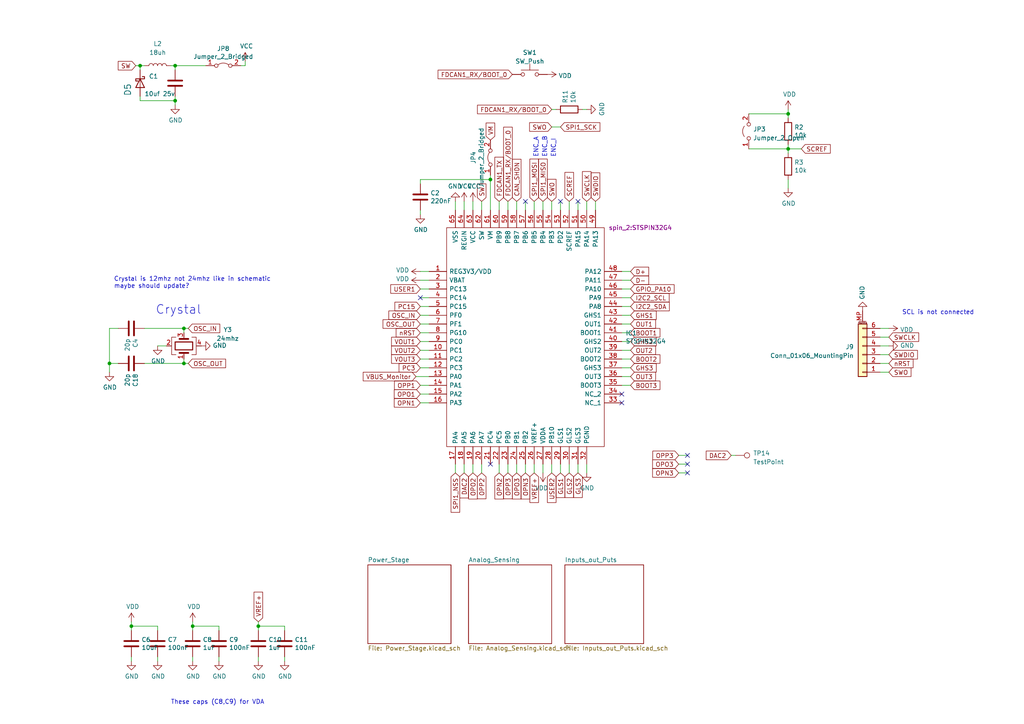
<source format=kicad_sch>
(kicad_sch (version 20230121) (generator eeschema)
  (paper "A4")
  (lib_symbols
    (symbol "Connector:TestPoint" (pin_numbers hide) (pin_names (offset 0.762) hide)
      (property "Reference" "TP" (at 0 6.858 0))
      (property "Value" "TestPoint" (at 0 5.08 0))
      (symbol "TestPoint_0_1"
        (circle (center 0 3.302) (radius 0.762))
      )
      (symbol "TestPoint_1_1"
        (pin passive line (at 0 0 90) (length 2.54) (name "1") (number "1"))
      )
    )
    (symbol "Connector_Generic_MountingPin:Conn_01x06_MountingPin" (pin_names (offset 1.016) hide)
      (property "Reference" "J" (at 0 7.62 0))
      (property "Value" "Conn_01x06_MountingPin" (at 1.27 -10.16 0))
      (symbol "Conn_01x06_MountingPin_1_1"
        (rectangle (start -1.27 -7.493) (end 0 -7.747) (stroke (width 0.1524)))
        (rectangle (start -1.27 -4.953) (end 0 -5.207) (stroke (width 0.1524)))
        (rectangle (start -1.27 -2.413) (end 0 -2.667) (stroke (width 0.1524)))
        (rectangle (start -1.27 0.127) (end 0 -0.127) (stroke (width 0.1524)))
        (rectangle (start -1.27 2.667) (end 0 2.413) (stroke (width 0.1524)))
        (rectangle (start -1.27 5.207) (end 0 4.953) (stroke (width 0.1524)))
        (rectangle (start -1.27 6.35) (end 1.27 -8.89) (stroke (width 0.254)) (fill (type background)))
        (polyline (pts (xy -1.016 -9.652) (xy 1.016 -9.652)) (stroke (width 0.1524)))
        (text "Mounting" (at 0 -9.271 0) (effects (font (size 0.381 0.381))))
        (pin passive line (at -5.08 5.08 0) (length 3.81) (name "Pin_1") (number "1"))
        (pin passive line (at -5.08 2.54 0) (length 3.81) (name "Pin_2") (number "2"))
        (pin passive line (at -5.08 0 0) (length 3.81) (name "Pin_3") (number "3"))
        (pin passive line (at -5.08 -2.54 0) (length 3.81) (name "Pin_4") (number "4"))
        (pin passive line (at -5.08 -5.08 0) (length 3.81) (name "Pin_5") (number "5"))
        (pin passive line (at -5.08 -7.62 0) (length 3.81) (name "Pin_6") (number "6"))
        (pin passive line (at 0 -12.7 90) (length 3.048) (name "MountPin") (number "MP"))
      )
    )
    (symbol "Device:C" (pin_numbers hide) (pin_names (offset 0.254))
      (property "Reference" "C" (at 0.635 2.54 0))
      (property "Value" "C" (at 0.635 -2.54 0))
      (symbol "C_0_1"
        (polyline (pts (xy -2.032 -0.762) (xy 2.032 -0.762)) (stroke (width 0.508)))
        (polyline (pts (xy -2.032 0.762) (xy 2.032 0.762)) (stroke (width 0.508)))
      )
      (symbol "C_1_1"
        (pin passive line (at 0 3.81 270) (length 2.794) (name "~") (number "1"))
        (pin passive line (at 0 -3.81 90) (length 2.794) (name "~") (number "2"))
      )
    )
    (symbol "Device:Crystal_GND24" (pin_names (offset 1.016) hide)
      (property "Reference" "Y" (at 3.175 5.08 0))
      (property "Value" "Crystal_GND24" (at 3.175 3.175 0))
      (symbol "Crystal_GND24_0_1"
        (rectangle (start -1.143 2.54) (end 1.143 -2.54) (stroke (width 0.3048)))
        (polyline (pts (xy -2.54 0) (xy -2.032 0)))
        (polyline (pts (xy -2.032 -1.27) (xy -2.032 1.27)) (stroke (width 0.508)))
        (polyline (pts (xy 0 -3.81) (xy 0 -3.556)))
        (polyline (pts (xy 0 3.556) (xy 0 3.81)))
        (polyline (pts (xy 2.032 -1.27) (xy 2.032 1.27)) (stroke (width 0.508)))
        (polyline (pts (xy 2.032 0) (xy 2.54 0)))
        (polyline (pts (xy -2.54 -2.286) (xy -2.54 -3.556) (xy 2.54 -3.556) (xy 2.54 -2.286)))
        (polyline (pts (xy -2.54 2.286) (xy -2.54 3.556) (xy 2.54 3.556) (xy 2.54 2.286)))
      )
      (symbol "Crystal_GND24_1_1"
        (pin passive line (at -3.81 0 0) (length 1.27) (name "1") (number "1"))
        (pin passive line (at 0 5.08 270) (length 1.27) (name "2") (number "2"))
        (pin passive line (at 3.81 0 180) (length 1.27) (name "3") (number "3"))
        (pin passive line (at 0 -5.08 90) (length 1.27) (name "4") (number "4"))
      )
    )
    (symbol "Device:L" (pin_numbers hide) (pin_names (offset 1.016) hide)
      (property "Reference" "L" (at -1.27 0 90))
      (property "Value" "L" (at 1.905 0 90))
      (symbol "L_0_1"
        (arc (start 0 -2.54) (mid 0.6323 -1.905) (end 0 -1.27))
        (arc (start 0 -1.27) (mid 0.6323 -0.635) (end 0 0))
        (arc (start 0 0) (mid 0.6323 0.635) (end 0 1.27))
        (arc (start 0 1.27) (mid 0.6323 1.905) (end 0 2.54))
      )
      (symbol "L_1_1"
        (pin passive line (at 0 3.81 270) (length 1.27) (name "1") (number "1"))
        (pin passive line (at 0 -3.81 90) (length 1.27) (name "2") (number "2"))
      )
    )
    (symbol "Device:R" (pin_numbers hide) (pin_names (offset 0))
      (property "Reference" "R" (at 2.032 0 90))
      (property "Value" "R" (at 0 0 90))
      (symbol "R_0_1"
        (rectangle (start -1.016 -2.54) (end 1.016 2.54) (stroke (width 0.254)))
      )
      (symbol "R_1_1"
        (pin passive line (at 0 3.81 270) (length 1.27) (name "~") (number "1"))
        (pin passive line (at 0 -3.81 90) (length 1.27) (name "~") (number "2"))
      )
    )
    (symbol "Diode:MBR340" (pin_numbers hide) (pin_names (offset 1.016) hide)
      (property "Reference" "D" (at 0 2.54 0))
      (property "Value" "MBR340" (at 0 -2.54 0))
      (symbol "MBR340_0_1"
        (polyline (pts (xy 1.27 0) (xy -1.27 0)))
        (polyline (pts (xy 1.27 1.27) (xy 1.27 -1.27) (xy -1.27 0) (xy 1.27 1.27)) (stroke (width 0.254)))
        (polyline (pts (xy -1.905 0.635) (xy -1.905 1.27) (xy -1.27 1.27) (xy -1.27 -1.27) (xy -0.635 -1.27) (xy -0.635 -0.635)) (stroke (width 0.254)))
      )
      (symbol "MBR340_1_1"
        (pin passive line (at -3.81 0 0) (length 2.54) (name "K") (number "1"))
        (pin passive line (at 3.81 0 180) (length 2.54) (name "A") (number "2"))
      )
    )
    (symbol "Jumper:Jumper_2_Bridged" (pin_names (offset 0) hide)
      (property "Reference" "JP" (at 0 1.905 0))
      (property "Value" "Jumper_2_Bridged" (at 0 -2.54 0))
      (symbol "Jumper_2_Bridged_0_0"
        (circle (center -2.032 0) (radius 0.508))
        (circle (center 2.032 0) (radius 0.508))
      )
      (symbol "Jumper_2_Bridged_0_1"
        (arc (start 1.524 0.254) (mid 0 0.762) (end -1.524 0.254))
      )
      (symbol "Jumper_2_Bridged_1_1"
        (pin passive line (at -5.08 0 0) (length 2.54) (name "A") (number "1"))
        (pin passive line (at 5.08 0 180) (length 2.54) (name "B") (number "2"))
      )
    )
    (symbol "Jumper:Jumper_2_Open" (pin_names (offset 0) hide)
      (property "Reference" "JP" (at 0 2.794 0))
      (property "Value" "Jumper_2_Open" (at 0 -2.286 0))
      (symbol "Jumper_2_Open_0_0"
        (circle (center -2.032 0) (radius 0.508))
        (circle (center 2.032 0) (radius 0.508))
      )
      (symbol "Jumper_2_Open_0_1"
        (arc (start 1.524 1.27) (mid 0 1.778) (end -1.524 1.27))
      )
      (symbol "Jumper_2_Open_1_1"
        (pin passive line (at -5.08 0 0) (length 2.54) (name "A") (number "1"))
        (pin passive line (at 5.08 0 180) (length 2.54) (name "B") (number "2"))
      )
    )
    (symbol "STSPIN32G4:STSPIN32G4" (pin_names (offset 0.762))
      (property "Reference" "IC" (at 52.07 17.78 0))
      (property "Value" "STSPIN32G4" (at 52.07 15.24 0))
      (symbol "STSPIN32G4_0_0"
        (pin passive line (at 0 0 0) (length 5.08) (name "REG3V3/VDD") (number "1"))
        (pin passive line (at 0 -22.86 0) (length 5.08) (name "PC1") (number "10"))
        (pin passive line (at 0 -25.4 0) (length 5.08) (name "PC2") (number "11"))
        (pin passive line (at 0 -27.94 0) (length 5.08) (name "PC3") (number "12"))
        (pin passive line (at 0 -30.48 0) (length 5.08) (name "PA0") (number "13"))
        (pin passive line (at 0 -33.02 0) (length 5.08) (name "PA1") (number "14"))
        (pin passive line (at 0 -35.56 0) (length 5.08) (name "PA2") (number "15"))
        (pin passive line (at 0 -38.1 0) (length 5.08) (name "PA3") (number "16"))
        (pin passive line (at 7.62 -55.88 90) (length 5.08) (name "PA4") (number "17"))
        (pin passive line (at 10.16 -55.88 90) (length 5.08) (name "PA5") (number "18"))
        (pin passive line (at 12.7 -55.88 90) (length 5.08) (name "PA6") (number "19"))
        (pin passive line (at 0 -2.54 0) (length 5.08) (name "VBAT") (number "2"))
        (pin passive line (at 15.24 -55.88 90) (length 5.08) (name "PA7") (number "20"))
        (pin passive line (at 17.78 -55.88 90) (length 5.08) (name "PC4") (number "21"))
        (pin passive line (at 20.32 -55.88 90) (length 5.08) (name "PC5") (number "22"))
        (pin passive line (at 22.86 -55.88 90) (length 5.08) (name "PB0") (number "23"))
        (pin passive line (at 25.4 -55.88 90) (length 5.08) (name "PB1") (number "24"))
        (pin passive line (at 27.94 -55.88 90) (length 5.08) (name "PB2") (number "25"))
        (pin passive line (at 30.48 -55.88 90) (length 5.08) (name "VREF+") (number "26"))
        (pin passive line (at 33.02 -55.88 90) (length 5.08) (name "VDDA") (number "27"))
        (pin passive line (at 35.56 -55.88 90) (length 5.08) (name "PB10") (number "28"))
        (pin passive line (at 38.1 -55.88 90) (length 5.08) (name "GLS1") (number "29"))
        (pin passive line (at 0 -5.08 0) (length 5.08) (name "PC13") (number "3"))
        (pin passive line (at 40.64 -55.88 90) (length 5.08) (name "GLS2") (number "30"))
        (pin passive line (at 43.18 -55.88 90) (length 5.08) (name "GLS3") (number "31"))
        (pin passive line (at 45.72 -55.88 90) (length 5.08) (name "PGND") (number "32"))
        (pin passive line (at 55.88 -38.1 180) (length 5.08) (name "NC_1") (number "33"))
        (pin passive line (at 55.88 -35.56 180) (length 5.08) (name "NC_2") (number "34"))
        (pin passive line (at 55.88 -33.02 180) (length 5.08) (name "BOOT3") (number "35"))
        (pin passive line (at 55.88 -30.48 180) (length 5.08) (name "OUT3") (number "36"))
        (pin passive line (at 55.88 -27.94 180) (length 5.08) (name "GHS3") (number "37"))
        (pin passive line (at 55.88 -25.4 180) (length 5.08) (name "BOOT2") (number "38"))
        (pin passive line (at 55.88 -22.86 180) (length 5.08) (name "OUT2") (number "39"))
        (pin passive line (at 0 -7.62 0) (length 5.08) (name "PC14") (number "4"))
        (pin passive line (at 55.88 -20.32 180) (length 5.08) (name "GHS2") (number "40"))
        (pin passive line (at 55.88 -17.78 180) (length 5.08) (name "BOOT1") (number "41"))
        (pin passive line (at 55.88 -15.24 180) (length 5.08) (name "OUT1") (number "42"))
        (pin passive line (at 55.88 -12.7 180) (length 5.08) (name "GHS1") (number "43"))
        (pin passive line (at 55.88 -10.16 180) (length 5.08) (name "PA8") (number "44"))
        (pin passive line (at 55.88 -7.62 180) (length 5.08) (name "PA9") (number "45"))
        (pin passive line (at 55.88 -5.08 180) (length 5.08) (name "PA10") (number "46"))
        (pin passive line (at 55.88 -2.54 180) (length 5.08) (name "PA11") (number "47"))
        (pin passive line (at 55.88 0 180) (length 5.08) (name "PA12") (number "48"))
        (pin passive line (at 48.26 17.78 270) (length 5.08) (name "PA13") (number "49"))
        (pin passive line (at 0 -10.16 0) (length 5.08) (name "PC15") (number "5"))
        (pin passive line (at 45.72 17.78 270) (length 5.08) (name "PA14") (number "50"))
        (pin passive line (at 43.18 17.78 270) (length 5.08) (name "PA15") (number "51"))
        (pin passive line (at 40.64 17.78 270) (length 5.08) (name "SCREF") (number "52"))
        (pin passive line (at 38.1 17.78 270) (length 5.08) (name "PD2") (number "53"))
        (pin passive line (at 35.56 17.78 270) (length 5.08) (name "PB3") (number "54"))
        (pin passive line (at 33.02 17.78 270) (length 5.08) (name "PB4") (number "55"))
        (pin passive line (at 30.48 17.78 270) (length 5.08) (name "PB5") (number "56"))
        (pin passive line (at 27.94 17.78 270) (length 5.08) (name "PB6") (number "57"))
        (pin passive line (at 25.4 17.78 270) (length 5.08) (name "PB7") (number "58"))
        (pin passive line (at 22.86 17.78 270) (length 5.08) (name "PB8") (number "59"))
        (pin passive line (at 0 -12.7 0) (length 5.08) (name "PF0") (number "6"))
        (pin passive line (at 20.32 17.78 270) (length 5.08) (name "PB9") (number "60"))
        (pin passive line (at 17.78 17.78 270) (length 5.08) (name "VM") (number "61"))
        (pin passive line (at 15.24 17.78 270) (length 5.08) (name "SW") (number "62"))
        (pin passive line (at 12.7 17.78 270) (length 5.08) (name "VCC") (number "63"))
        (pin passive line (at 10.16 17.78 270) (length 5.08) (name "REGIN") (number "64"))
        (pin passive line (at 7.62 17.78 270) (length 5.08) (name "VSS") (number "65"))
        (pin passive line (at 0 -15.24 0) (length 5.08) (name "PF1") (number "7"))
        (pin passive line (at 0 -17.78 0) (length 5.08) (name "PG10") (number "8"))
        (pin passive line (at 0 -20.32 0) (length 5.08) (name "PC0") (number "9"))
      )
      (symbol "STSPIN32G4_0_1"
        (polyline (pts (xy 5.08 12.7) (xy 50.8 12.7) (xy 50.8 -50.8) (xy 5.08 -50.8) (xy 5.08 12.7)) (stroke (width 0.1524)))
      )
    )
    (symbol "Switch:SW_Push" (pin_numbers hide) (pin_names (offset 1.016) hide)
      (property "Reference" "SW" (at 1.27 2.54 0))
      (property "Value" "SW_Push" (at 0 -1.524 0))
      (symbol "SW_Push_0_1"
        (circle (center -2.032 0) (radius 0.508))
        (polyline (pts (xy 0 1.27) (xy 0 3.048)))
        (polyline (pts (xy 2.54 1.27) (xy -2.54 1.27)))
        (circle (center 2.032 0) (radius 0.508))
        (pin passive line (at -5.08 0 0) (length 2.54) (name "1") (number "1"))
        (pin passive line (at 5.08 0 180) (length 2.54) (name "2") (number "2"))
      )
    )
    (symbol "power:GND" (power) (pin_names (offset 0))
      (property "Value" "GND" (at 0 -3.81 0))
      (symbol "GND_0_1"
        (polyline (pts (xy 0 0) (xy 0 -1.27) (xy 1.27 -1.27) (xy 0 -2.54) (xy -1.27 -1.27) (xy 0 -1.27)))
      )
      (symbol "GND_1_1"
        (pin power_in line (at 0 0 270) (length 0) hide (name "GND") (number "1"))
      )
    )
    (symbol "power:VCC" (power) (pin_names (offset 0))
      (property "Value" "VCC" (at 0 3.81 0))
      (symbol "VCC_0_1"
        (polyline (pts (xy -0.762 1.27) (xy 0 2.54)))
        (polyline (pts (xy 0 0) (xy 0 2.54)))
        (polyline (pts (xy 0 2.54) (xy 0.762 1.27)))
      )
      (symbol "VCC_1_1"
        (pin power_in line (at 0 0 90) (length 0) hide (name "VCC") (number "1"))
      )
    )
    (symbol "power:VDD" (power) (pin_names (offset 0))
      (property "Value" "VDD" (at 0 3.81 0))
      (symbol "VDD_0_1"
        (polyline (pts (xy -0.762 1.27) (xy 0 2.54)))
        (polyline (pts (xy 0 0) (xy 0 2.54)))
        (polyline (pts (xy 0 2.54) (xy 0.762 1.27)))
      )
      (symbol "VDD_1_1"
        (pin power_in line (at 0 0 90) (length 0) hide (name "VDD") (number "1"))
      )
    )
  )
  (junction (at 31.75 105.41))
  (junction (at 40.64 19.05))
  (junction (at 55.88 181.61))
  (junction (at 50.8 29.21))
  (junction (at 53.34 105.41))
  (junction (at 228.6 43.18))
  (junction (at 142.24 52.07))
  (junction (at 50.8 19.05))
  (junction (at 38.1 181.61))
  (junction (at 74.93 181.61))
  (junction (at 53.34 95.25))
  (junction (at 228.6 33.02))
  (no_connect (at 199.39 137.16))
  (no_connect (at 199.39 132.08))
  (no_connect (at 199.39 134.62))
  (no_connect (at 152.4 58.42))
  (no_connect (at 167.64 58.42))
  (no_connect (at 121.92 86.36))
  (no_connect (at 162.56 58.42))
  (no_connect (at 180.34 114.3))
  (no_connect (at 180.34 116.84))
  (no_connect (at 142.24 134.62))
  (wire (pts (xy 124.46 91.44) (xy 121.92 91.44)))
  (wire (pts (xy 168.91 31.75) (xy 170.18 31.75)))
  (wire (pts (xy 41.91 105.41) (xy 53.34 105.41)))
  (wire (pts (xy 132.08 60.96) (xy 132.08 58.42)))
  (wire (pts (xy 63.5 191.77) (xy 63.5 190.5)))
  (wire (pts (xy 142.24 52.07) (xy 121.92 52.07)))
  (wire (pts (xy 180.34 91.44) (xy 182.88 91.44)))
  (wire (pts (xy 139.7 137.16) (xy 139.7 134.62)))
  (wire (pts (xy 124.46 111.76) (xy 121.92 111.76)))
  (wire (pts (xy 182.88 86.36) (xy 180.34 86.36)))
  (wire (pts (xy 255.27 105.41) (xy 257.81 105.41)))
  (wire (pts (xy 63.5 182.88) (xy 63.5 181.61)))
  (wire (pts (xy 53.34 104.14) (xy 53.34 105.41)))
  (wire (pts (xy 31.75 95.25) (xy 31.75 105.41)))
  (wire (pts (xy 124.46 99.06) (xy 121.92 99.06)))
  (wire (pts (xy 41.91 95.25) (xy 53.34 95.25)))
  (wire (pts (xy 180.34 111.76) (xy 182.88 111.76)))
  (wire (pts (xy 54.61 105.41) (xy 53.34 105.41)))
  (wire (pts (xy 124.46 96.52) (xy 121.92 96.52)))
  (wire (pts (xy 255.27 95.25) (xy 257.81 95.25)))
  (wire (pts (xy 255.27 97.79) (xy 257.81 97.79)))
  (wire (pts (xy 165.1 58.42) (xy 165.1 60.96)))
  (wire (pts (xy 124.46 109.22) (xy 120.65 109.22)))
  (wire (pts (xy 69.85 19.05) (xy 71.12 19.05)))
  (wire (pts (xy 54.61 95.25) (xy 53.34 95.25)))
  (wire (pts (xy 147.32 137.16) (xy 147.32 134.62)))
  (wire (pts (xy 228.6 52.07) (xy 228.6 54.61)))
  (wire (pts (xy 167.64 134.62) (xy 167.64 137.16)))
  (wire (pts (xy 144.78 58.42) (xy 144.78 60.96)))
  (wire (pts (xy 50.8 27.94) (xy 50.8 29.21)))
  (wire (pts (xy 40.64 19.05) (xy 40.64 20.32)))
  (wire (pts (xy 124.46 101.6) (xy 121.92 101.6)))
  (wire (pts (xy 182.88 81.28) (xy 180.34 81.28)))
  (wire (pts (xy 255.27 100.33) (xy 257.81 100.33)))
  (wire (pts (xy 121.92 52.07) (xy 121.92 53.34)))
  (wire (pts (xy 124.46 83.82) (xy 121.92 83.82)))
  (wire (pts (xy 31.75 105.41) (xy 31.75 107.95)))
  (wire (pts (xy 124.46 93.98) (xy 121.92 93.98)))
  (wire (pts (xy 82.55 182.88) (xy 82.55 181.61)))
  (wire (pts (xy 165.1 134.62) (xy 165.1 137.16)))
  (wire (pts (xy 180.34 88.9) (xy 182.88 88.9)))
  (wire (pts (xy 160.02 31.75) (xy 161.29 31.75)))
  (wire (pts (xy 170.18 134.62) (xy 170.18 137.16)))
  (wire (pts (xy 121.92 106.68) (xy 124.46 106.68)))
  (wire (pts (xy 45.72 181.61) (xy 38.1 181.61)))
  (wire (pts (xy 121.92 86.36) (xy 124.46 86.36)))
  (wire (pts (xy 124.46 81.28) (xy 121.92 81.28)))
  (wire (pts (xy 50.8 29.21) (xy 50.8 30.48)))
  (wire (pts (xy 137.16 60.96) (xy 137.16 58.42)))
  (wire (pts (xy 167.64 60.96) (xy 167.64 58.42)))
  (wire (pts (xy 228.6 44.45) (xy 228.6 43.18)))
  (wire (pts (xy 40.64 27.94) (xy 40.64 29.21)))
  (wire (pts (xy 160.02 36.83) (xy 162.56 36.83)))
  (wire (pts (xy 228.6 43.18) (xy 228.6 41.91)))
  (wire (pts (xy 152.4 137.16) (xy 152.4 134.62)))
  (wire (pts (xy 228.6 34.29) (xy 228.6 33.02)))
  (wire (pts (xy 217.17 33.02) (xy 228.6 33.02)))
  (wire (pts (xy 157.48 58.42) (xy 157.48 60.96)))
  (wire (pts (xy 217.17 43.18) (xy 228.6 43.18)))
  (wire (pts (xy 160.02 60.96) (xy 160.02 58.42)))
  (wire (pts (xy 74.93 181.61) (xy 74.93 180.34)))
  (wire (pts (xy 180.34 93.98) (xy 182.88 93.98)))
  (wire (pts (xy 50.8 19.05) (xy 50.8 20.32)))
  (wire (pts (xy 180.34 101.6) (xy 182.88 101.6)))
  (wire (pts (xy 132.08 137.16) (xy 132.08 134.62)))
  (wire (pts (xy 170.18 60.96) (xy 170.18 58.42)))
  (wire (pts (xy 182.88 78.74) (xy 180.34 78.74)))
  (wire (pts (xy 39.37 19.05) (xy 40.64 19.05)))
  (wire (pts (xy 71.12 19.05) (xy 71.12 17.78)))
  (wire (pts (xy 157.48 134.62) (xy 157.48 137.16)))
  (wire (pts (xy 50.8 19.05) (xy 59.69 19.05)))
  (wire (pts (xy 40.64 19.05) (xy 41.91 19.05)))
  (wire (pts (xy 45.72 191.77) (xy 45.72 190.5)))
  (wire (pts (xy 196.85 137.16) (xy 199.39 137.16)))
  (wire (pts (xy 124.46 78.74) (xy 121.92 78.74)))
  (wire (pts (xy 49.53 19.05) (xy 50.8 19.05)))
  (wire (pts (xy 149.86 137.16) (xy 149.86 134.62)))
  (wire (pts (xy 55.88 191.77) (xy 55.88 190.5)))
  (wire (pts (xy 121.92 62.23) (xy 121.92 60.96)))
  (wire (pts (xy 121.92 88.9) (xy 124.46 88.9)))
  (wire (pts (xy 74.93 182.88) (xy 74.93 181.61)))
  (wire (pts (xy 142.24 52.07) (xy 142.24 50.8)))
  (wire (pts (xy 180.34 104.14) (xy 182.88 104.14)))
  (wire (pts (xy 34.29 105.41) (xy 31.75 105.41)))
  (wire (pts (xy 55.88 182.88) (xy 55.88 181.61)))
  (wire (pts (xy 63.5 181.61) (xy 55.88 181.61)))
  (wire (pts (xy 196.85 132.08) (xy 199.39 132.08)))
  (wire (pts (xy 34.29 95.25) (xy 31.75 95.25)))
  (wire (pts (xy 124.46 104.14) (xy 121.92 104.14)))
  (wire (pts (xy 182.88 83.82) (xy 180.34 83.82)))
  (wire (pts (xy 196.85 134.62) (xy 199.39 134.62)))
  (wire (pts (xy 149.86 60.96) (xy 149.86 58.42)))
  (wire (pts (xy 162.56 58.42) (xy 162.56 60.96)))
  (wire (pts (xy 124.46 114.3) (xy 121.92 114.3)))
  (wire (pts (xy 82.55 191.77) (xy 82.55 190.5)))
  (wire (pts (xy 134.62 137.16) (xy 134.62 134.62)))
  (wire (pts (xy 45.72 182.88) (xy 45.72 181.61)))
  (wire (pts (xy 40.64 29.21) (xy 50.8 29.21)))
  (wire (pts (xy 255.27 102.87) (xy 257.81 102.87)))
  (wire (pts (xy 124.46 116.84) (xy 121.92 116.84)))
  (wire (pts (xy 144.78 137.16) (xy 144.78 134.62)))
  (wire (pts (xy 228.6 33.02) (xy 228.6 31.75)))
  (wire (pts (xy 180.34 109.22) (xy 182.88 109.22)))
  (wire (pts (xy 55.88 181.61) (xy 55.88 180.34)))
  (wire (pts (xy 139.7 60.96) (xy 139.7 58.42)))
  (wire (pts (xy 38.1 191.77) (xy 38.1 190.5)))
  (wire (pts (xy 134.62 58.42) (xy 134.62 60.96)))
  (wire (pts (xy 142.24 60.96) (xy 142.24 52.07)))
  (wire (pts (xy 228.6 43.18) (xy 232.41 43.18)))
  (wire (pts (xy 212.09 132.08) (xy 213.36 132.08)))
  (wire (pts (xy 255.27 107.95) (xy 257.81 107.95)))
  (wire (pts (xy 74.93 191.77) (xy 74.93 190.5)))
  (wire (pts (xy 180.34 99.06) (xy 182.88 99.06)))
  (wire (pts (xy 162.56 134.62) (xy 162.56 137.16)))
  (wire (pts (xy 53.34 96.52) (xy 53.34 95.25)))
  (wire (pts (xy 152.4 60.96) (xy 152.4 58.42)))
  (wire (pts (xy 154.94 58.42) (xy 154.94 60.96)))
  (wire (pts (xy 137.16 137.16) (xy 137.16 134.62)))
  (wire (pts (xy 147.32 60.96) (xy 147.32 58.42)))
  (wire (pts (xy 45.72 100.33) (xy 48.26 100.33)))
  (wire (pts (xy 38.1 182.88) (xy 38.1 181.61)))
  (wire (pts (xy 172.72 60.96) (xy 172.72 58.42)))
  (wire (pts (xy 82.55 181.61) (xy 74.93 181.61)))
  (wire (pts (xy 180.34 106.68) (xy 182.88 106.68)))
  (wire (pts (xy 38.1 181.61) (xy 38.1 180.34)))
  (wire (pts (xy 180.34 96.52) (xy 182.88 96.52)))
  (wire (pts (xy 160.02 134.62) (xy 160.02 137.16)))
  (wire (pts (xy 154.94 134.62) (xy 154.94 137.16)))
  (image (at 448.31 104.14) (scale 2.23588))
  (text "ENC_I" (at 161.29 45.72 90) (effects (font (size 1.27 1.27)) (justify left bottom)))
  (text "These caps (C8,C9) for VDA" (at 49.53 204.47 0) (effects (font (size 1.27 1.27)) (justify left bottom)))
  (text "ENC_B" (at 158.75 45.72 90) (effects (font (size 1.27 1.27)) (justify left bottom)))
  (text "Crystal" (at 45.085 91.44 0) (effects (font (size 2.54 2.54)) (justify left bottom)))
  (text "ENC_A" (at 156.21 45.72 90) (effects (font (size 1.27 1.27)) (justify left bottom)))
  (text "Crystal is 12mhz not 24mhz like in schematic\nmaybe should update?\n" (at 33.02 83.82 0) (effects (font (size 1.27 1.27)) (justify left bottom)))
  (text "SCL is not connected\n" (at 261.62 91.44 0) (effects (font (size 1.27 1.27)) (justify left bottom)))
  (global_label "OPP1" (shape input) (at 121.92 111.76 180) (property "Intersheetrefs" "${INTERSHEET_REFS}" (effects hide)))
  (global_label "nRST" (shape input) (at 257.81 105.41 0) (property "Intersheetrefs" "${INTERSHEET_REFS}" (effects hide)))
  (global_label "VBUS_Monitor" (shape input) (at 120.65 109.22 180) (property "Intersheetrefs" "${INTERSHEET_REFS}" (effects hide)))
  (global_label "USER1" (shape input) (at 121.92 83.82 180) (property "Intersheetrefs" "${INTERSHEET_REFS}" (effects hide)))
  (global_label "SCREF" (shape input) (at 232.41 43.18 0) (property "Intersheetrefs" "${INTERSHEET_REFS}" (effects hide)))
  (global_label "GLS1" (shape input) (at 162.56 137.16 270) (property "Intersheetrefs" "${INTERSHEET_REFS}" (effects hide)))
  (global_label "I2C2_SDA" (shape input) (at 182.88 88.9 0) (property "Intersheetrefs" "${INTERSHEET_REFS}" (effects hide)))
  (global_label "SWCLK" (shape input) (at 257.81 97.79 0) (property "Intersheetrefs" "${INTERSHEET_REFS}" (effects hide)))
  (global_label "SW" (shape input) (at 139.7 58.42 90) (property "Intersheetrefs" "${INTERSHEET_REFS}" (effects hide)))
  (global_label "D-" (shape input) (at 182.88 81.28 0) (property "Intersheetrefs" "${INTERSHEET_REFS}" (effects hide)))
  (global_label "OSC_IN" (shape input) (at 121.92 91.44 180) (property "Intersheetrefs" "${INTERSHEET_REFS}" (effects hide)))
  (global_label "USER2" (shape input) (at 160.02 137.16 270) (property "Intersheetrefs" "${INTERSHEET_REFS}" (effects hide)))
  (global_label "D+" (shape input) (at 182.88 78.74 0) (property "Intersheetrefs" "${INTERSHEET_REFS}" (effects hide)))
  (global_label "OSC_OUT" (shape input) (at 121.92 93.98 180) (property "Intersheetrefs" "${INTERSHEET_REFS}" (effects hide)))
  (global_label "FDCAN1_TX" (shape input) (at 144.78 58.42 90) (property "Intersheetrefs" "${INTERSHEET_REFS}" (effects hide)))
  (global_label "SWO" (shape input) (at 160.02 58.42 90) (property "Intersheetrefs" "${INTERSHEET_REFS}" (effects hide)))
  (global_label "GHS3" (shape input) (at 182.88 106.68 0) (property "Intersheetrefs" "${INTERSHEET_REFS}" (effects hide)))
  (global_label "OPN2" (shape input) (at 144.78 137.16 270) (property "Intersheetrefs" "${INTERSHEET_REFS}" (effects hide)))
  (global_label "GHS1" (shape input) (at 182.88 91.44 0) (property "Intersheetrefs" "${INTERSHEET_REFS}" (effects hide)))
  (global_label "GPIO_PA10" (shape input) (at 182.88 83.82 0) (property "Intersheetrefs" "${INTERSHEET_REFS}" (effects hide)))
  (global_label "nRST" (shape input) (at 121.92 96.52 180) (property "Intersheetrefs" "${INTERSHEET_REFS}" (effects hide)))
  (global_label "OPP2" (shape input) (at 139.7 137.16 270) (property "Intersheetrefs" "${INTERSHEET_REFS}" (effects hide)))
  (global_label "SPI1_NSS" (shape input) (at 132.08 137.16 270) (property "Intersheetrefs" "${INTERSHEET_REFS}" (effects hide)))
  (global_label "OSC_IN" (shape input) (at 54.61 95.25 0) (property "Intersheetrefs" "${INTERSHEET_REFS}" (effects hide)))
  (global_label "BOOT1" (shape input) (at 182.88 96.52 0) (property "Intersheetrefs" "${INTERSHEET_REFS}" (effects hide)))
  (global_label "SWDIO" (shape input) (at 257.81 102.87 0) (property "Intersheetrefs" "${INTERSHEET_REFS}" (effects hide)))
  (global_label "SWO" (shape input) (at 257.81 107.95 0) (property "Intersheetrefs" "${INTERSHEET_REFS}" (effects hide)))
  (global_label "OUT3" (shape input) (at 182.88 109.22 0) (property "Intersheetrefs" "${INTERSHEET_REFS}" (effects hide)))
  (global_label "OPO3" (shape input) (at 196.85 134.62 180) (property "Intersheetrefs" "${INTERSHEET_REFS}" (effects hide)))
  (global_label "GLS2" (shape input) (at 165.1 137.16 270) (property "Intersheetrefs" "${INTERSHEET_REFS}" (effects hide)))
  (global_label "FDCAN1_RX{slash}BOOT_0" (shape input) (at 147.32 58.42 90) (property "Intersheetrefs" "${INTERSHEET_REFS}" (effects hide)))
  (global_label "SPI1_MISO" (shape input) (at 157.48 58.42 90) (property "Intersheetrefs" "${INTERSHEET_REFS}" (effects hide)))
  (global_label "OPO2" (shape input) (at 137.16 137.16 270) (property "Intersheetrefs" "${INTERSHEET_REFS}" (effects hide)))
  (global_label "OUT2" (shape input) (at 182.88 101.6 0) (property "Intersheetrefs" "${INTERSHEET_REFS}" (effects hide)))
  (global_label "FDCAN1_RX{slash}BOOT_0" (shape input) (at 160.02 31.75 180) (property "Intersheetrefs" "${INTERSHEET_REFS}" (effects hide)))
  (global_label "GHS2" (shape input) (at 182.88 99.06 0) (property "Intersheetrefs" "${INTERSHEET_REFS}" (effects hide)))
  (global_label "VREF+" (shape input) (at 74.93 180.34 90) (property "Intersheetrefs" "${INTERSHEET_REFS}" (effects hide)))
  (global_label "SPI1_SCK" (shape input) (at 162.56 36.83 0) (property "Intersheetrefs" "${INTERSHEET_REFS}" (effects hide)))
  (global_label "OPN3" (shape input) (at 152.4 137.16 270) (property "Intersheetrefs" "${INTERSHEET_REFS}" (effects hide)))
  (global_label "VREF+" (shape input) (at 154.94 137.16 270) (property "Intersheetrefs" "${INTERSHEET_REFS}" (effects hide)))
  (global_label "VOUT2" (shape input) (at 121.92 101.6 180) (property "Intersheetrefs" "${INTERSHEET_REFS}" (effects hide)))
  (global_label "CAN_SHDN" (shape input) (at 149.86 58.42 90) (property "Intersheetrefs" "${INTERSHEET_REFS}" (effects hide)))
  (global_label "SPI1_MOSI" (shape input) (at 154.94 58.42 90) (property "Intersheetrefs" "${INTERSHEET_REFS}" (effects hide)))
  (global_label "OUT1" (shape input) (at 182.88 93.98 0) (property "Intersheetrefs" "${INTERSHEET_REFS}" (effects hide)))
  (global_label "OPP3" (shape input) (at 147.32 137.16 270) (property "Intersheetrefs" "${INTERSHEET_REFS}" (effects hide)))
  (global_label "SCREF" (shape input) (at 165.1 58.42 90) (property "Intersheetrefs" "${INTERSHEET_REFS}" (effects hide)))
  (global_label "OPO3" (shape input) (at 149.86 137.16 270) (property "Intersheetrefs" "${INTERSHEET_REFS}" (effects hide)))
  (global_label "SWCLK" (shape input) (at 170.18 58.42 90) (property "Intersheetrefs" "${INTERSHEET_REFS}" (effects hide)))
  (global_label "VOUT1" (shape input) (at 121.92 99.06 180) (property "Intersheetrefs" "${INTERSHEET_REFS}" (effects hide)))
  (global_label "OPN3" (shape input) (at 196.85 137.16 180) (property "Intersheetrefs" "${INTERSHEET_REFS}" (effects hide)))
  (global_label "BOOT2" (shape input) (at 182.88 104.14 0) (property "Intersheetrefs" "${INTERSHEET_REFS}" (effects hide)))
  (global_label "VM" (shape input) (at 142.24 40.64 90) (property "Intersheetrefs" "${INTERSHEET_REFS}" (effects hide)))
  (global_label "FDCAN1_RX{slash}BOOT_0" (shape input) (at 148.59 21.59 180) (property "Intersheetrefs" "${INTERSHEET_REFS}" (effects hide)))
  (global_label "DAC2" (shape input) (at 212.09 132.08 180) (property "Intersheetrefs" "${INTERSHEET_REFS}" (effects hide)))
  (global_label "SWDIO" (shape input) (at 172.72 58.42 90) (property "Intersheetrefs" "${INTERSHEET_REFS}" (effects hide)))
  (global_label "OPO1" (shape input) (at 121.92 114.3 180) (property "Intersheetrefs" "${INTERSHEET_REFS}" (effects hide)))
  (global_label "PC3" (shape input) (at 121.92 106.68 180) (property "Intersheetrefs" "${INTERSHEET_REFS}" (effects hide)))
  (global_label "GLS3" (shape input) (at 167.64 137.16 270) (property "Intersheetrefs" "${INTERSHEET_REFS}" (effects hide)))
  (global_label "BOOT3" (shape input) (at 182.88 111.76 0) (property "Intersheetrefs" "${INTERSHEET_REFS}" (effects hide)))
  (global_label "PC15" (shape input) (at 121.92 88.9 180) (property "Intersheetrefs" "${INTERSHEET_REFS}" (effects hide)))
  (global_label "SW" (shape input) (at 39.37 19.05 180) (property "Intersheetrefs" "${INTERSHEET_REFS}" (effects hide)))
  (global_label "OPN1" (shape input) (at 121.92 116.84 180) (property "Intersheetrefs" "${INTERSHEET_REFS}" (effects hide)))
  (global_label "OSC_OUT" (shape input) (at 54.61 105.41 0) (property "Intersheetrefs" "${INTERSHEET_REFS}" (effects hide)))
  (global_label "VOUT3" (shape input) (at 121.92 104.14 180) (property "Intersheetrefs" "${INTERSHEET_REFS}" (effects hide)))
  (global_label "DAC2" (shape input) (at 134.62 137.16 270) (property "Intersheetrefs" "${INTERSHEET_REFS}" (effects hide)))
  (global_label "SWO" (shape input) (at 160.02 36.83 180) (property "Intersheetrefs" "${INTERSHEET_REFS}" (effects hide)))
  (global_label "I2C2_SCL" (shape input) (at 182.88 86.36 0) (property "Intersheetrefs" "${INTERSHEET_REFS}" (effects hide)))
  (global_label "OPP3" (shape input) (at 196.85 132.08 180) (property "Intersheetrefs" "${INTERSHEET_REFS}" (effects hide)))
  (symbol (lib_id "STSPIN32G4:STSPIN32G4") (at 124.46 78.74 0) (unit 1)
    (property "Reference" "IC1" (at 181.4576 96.6216 0) (effects (justify left)))
    (property "Value" "STSPIN32G4" (at 181.4576 98.933 0) (effects (justify left)))
    (property "Footprint" "spin_2:STSPIN32G4" (at 176.53 66.04 0) (effects (justify left)))
    (property "Datasheet" "https://www.st.com/resource/en/datasheet/stspin32g4.pdf" (effects hide))
    (property "Description" "3-PHASE BRUSHLESS MOTOR CONTROLL" (effects hide))
    (property "Height" "1" (effects hide))
    (property "Manufacturer_Name" "STMicroelectronics" (effects hide))
    (property "Manufacturer_Part_Number" "STSPIN32G4" (effects hide))
    (property "Mouser Part Number" "511-STSPIN32G4" (effects hide))
    (property "Mouser Price/Stock" "https://www.mouser.co.uk/ProductDetail/STMicroelectronics/STSPIN32G4?qs=DRkmTr78QAT8JT82Qbof2g%3D%3D" (effects hide))
    (property "LCSC" "C2858620" (effects hide))
  )
  (symbol (lib_id "power:VCC") (at 137.16 58.42 0) (unit 1)
    (property "Reference" "#PWR0153" (effects hide))
    (property "Value" "VCC" (at 137.541 54.0258 0))
  )
  (symbol (lib_id "power:VDD") (at 121.92 78.74 90) (unit 1)
    (property "Reference" "#PWR0152" (effects hide))
    (property "Value" "VDD" (at 118.6942 78.359 90) (effects (justify left)))
  )
  (symbol (lib_id "Device:C") (at 121.92 57.15 0) (unit 1)
    (property "Reference" "C2" (at 124.841 55.9816 0) (effects (justify left)))
    (property "Value" "220nF" (at 124.841 58.293 0) (effects (justify left)))
    (property "Footprint" "Capacitor_SMD:C_0805_2012Metric" (effects hide))
  )
  (symbol (lib_id "power:VDD") (at 228.6 31.75 0) (unit 1)
    (property "Reference" "#PWR0117" (effects hide))
    (property "Value" "VDD" (at 228.981 27.3558 0))
  )
  (symbol (lib_id "Device:R") (at 228.6 38.1 0) (unit 1)
    (property "Reference" "R2" (at 230.378 36.9316 0) (effects (justify left)))
    (property "Value" "10k" (at 230.378 39.243 0) (effects (justify left)))
    (property "Footprint" "Resistor_SMD:R_0402_1005Metric" (effects hide))
  )
  (symbol (lib_id "Device:R") (at 228.6 48.26 0) (unit 1)
    (property "Reference" "R3" (at 230.378 47.0916 0) (effects (justify left)))
    (property "Value" "10k" (at 230.378 49.403 0) (effects (justify left)))
    (property "Footprint" "Resistor_SMD:R_0402_1005Metric" (effects hide))
  )
  (symbol (lib_id "power:GND") (at 228.6 54.61 0) (unit 1)
    (property "Reference" "#PWR0118" (effects hide))
    (property "Value" "GND" (at 228.727 59.0042 0))
  )
  (symbol (lib_id "power:GND") (at 170.18 137.16 0) (unit 1)
    (property "Reference" "#PWR0102" (effects hide))
    (property "Value" "GND" (at 170.307 141.5542 0))
  )
  (symbol (lib_id "power:GND") (at 132.08 58.42 180) (unit 1)
    (property "Reference" "#PWR0121" (effects hide))
    (property "Value" "GND" (at 131.953 54.0258 0))
  )
  (symbol (lib_id "power:GND") (at 121.92 62.23 0) (unit 1)
    (property "Reference" "#PWR0104" (effects hide))
    (property "Value" "GND" (at 122.047 66.6242 0))
  )
  (symbol (lib_id "power:VDD") (at 38.1 180.34 0) (unit 1)
    (property "Reference" "#PWR0124" (effects hide))
    (property "Value" "VDD" (at 38.481 175.9458 0))
  )
  (symbol (lib_id "power:GND") (at 58.42 100.33 90) (unit 1)
    (property "Reference" "#PWR0113" (effects hide))
    (property "Value" "GND" (at 61.6712 100.203 90) (effects (justify right)))
  )
  (symbol (lib_id "Jumper:Jumper_2_Bridged") (at 142.24 45.72 90) (unit 1)
    (property "Reference" "JP4" (at 137.287 45.72 0))
    (property "Value" "Jumper_2_Bridged" (at 139.5984 45.72 0))
    (property "Footprint" "Jumper:SolderJumper-2_P1.3mm_Bridged_RoundedPad1.0x1.5mm" (effects hide))
  )
  (symbol (lib_id "Device:C") (at 38.1 186.69 0) (unit 1)
    (property "Reference" "C6" (at 41.021 185.5216 0) (effects (justify left)))
    (property "Value" "10uF" (at 41.021 187.833 0) (effects (justify left)))
    (property "Footprint" "Capacitor_SMD:C_0805_2012Metric" (effects hide))
    (property "LCSC Part" "C15850" (effects hide))
  )
  (symbol (lib_id "Device:C") (at 45.72 186.69 0) (unit 1)
    (property "Reference" "C7" (at 48.641 185.5216 0) (effects (justify left)))
    (property "Value" "100nF" (at 48.641 187.833 0) (effects (justify left)))
    (property "Footprint" "Capacitor_SMD:C_0402_1005Metric" (effects hide))
  )
  (symbol (lib_id "power:GND") (at 38.1 191.77 0) (unit 1)
    (property "Reference" "#PWR0123" (effects hide))
    (property "Value" "GND" (at 38.227 196.1642 0))
  )
  (symbol (lib_id "power:GND") (at 45.72 191.77 0) (unit 1)
    (property "Reference" "#PWR0127" (effects hide))
    (property "Value" "GND" (at 45.847 196.1642 0))
  )
  (symbol (lib_id "power:VDD") (at 257.81 95.25 270) (unit 1)
    (property "Reference" "#PWR0115" (effects hide))
    (property "Value" "VDD" (at 261.0612 95.631 90) (effects (justify left)))
  )
  (symbol (lib_id "power:GND") (at 257.81 100.33 90) (unit 1)
    (property "Reference" "#PWR0116" (effects hide))
    (property "Value" "GND" (at 261.0612 100.203 90) (effects (justify right)))
  )
  (symbol (lib_id "power:GND") (at 63.5 191.77 0) (unit 1)
    (property "Reference" "#PWR0130" (effects hide))
    (property "Value" "GND" (at 63.627 196.1642 0))
  )
  (symbol (lib_id "power:GND") (at 55.88 191.77 0) (unit 1)
    (property "Reference" "#PWR0128" (effects hide))
    (property "Value" "GND" (at 56.007 196.1642 0))
  )
  (symbol (lib_id "Device:C") (at 63.5 186.69 0) (unit 1)
    (property "Reference" "C9" (at 66.421 185.5216 0) (effects (justify left)))
    (property "Value" "100nF" (at 66.421 187.833 0) (effects (justify left)))
    (property "Footprint" "Capacitor_SMD:C_0402_1005Metric" (effects hide))
  )
  (symbol (lib_id "Device:C") (at 55.88 186.69 0) (unit 1)
    (property "Reference" "C8" (at 58.801 185.5216 0) (effects (justify left)))
    (property "Value" "1uF" (at 58.801 187.833 0) (effects (justify left)))
    (property "Footprint" "Capacitor_SMD:C_0402_1005Metric" (effects hide))
  )
  (symbol (lib_id "power:GND") (at 82.55 191.77 0) (unit 1)
    (property "Reference" "#PWR0125" (effects hide))
    (property "Value" "GND" (at 82.677 196.1642 0))
  )
  (symbol (lib_id "power:GND") (at 74.93 191.77 0) (unit 1)
    (property "Reference" "#PWR0126" (effects hide))
    (property "Value" "GND" (at 75.057 196.1642 0))
  )
  (symbol (lib_id "Device:C") (at 82.55 186.69 0) (unit 1)
    (property "Reference" "C11" (at 85.471 185.5216 0) (effects (justify left)))
    (property "Value" "100nF" (at 85.471 187.833 0) (effects (justify left)))
    (property "Footprint" "Capacitor_SMD:C_0402_1005Metric" (effects hide))
  )
  (symbol (lib_id "Device:C") (at 74.93 186.69 0) (unit 1)
    (property "Reference" "C10" (at 77.851 185.5216 0) (effects (justify left)))
    (property "Value" "1uF" (at 77.851 187.833 0) (effects (justify left)))
    (property "Footprint" "Capacitor_SMD:C_0402_1005Metric" (effects hide))
  )
  (symbol (lib_id "power:GND") (at 170.18 31.75 90) (unit 1)
    (property "Reference" "#PWR0107" (effects hide))
    (property "Value" "GND" (at 174.5742 31.623 0))
  )
  (symbol (lib_id "power:VCC") (at 71.12 17.78 0) (unit 1)
    (property "Reference" "#PWR0106" (effects hide))
    (property "Value" "VCC" (at 71.501 13.3858 0))
  )
  (symbol (lib_id "power:VDD") (at 55.88 180.34 0) (unit 1)
    (property "Reference" "#PWR07" (effects hide))
    (property "Value" "VDD" (at 56.261 175.9458 0))
  )
  (symbol (lib_id "Device:L") (at 45.72 19.05 90) (unit 1)
    (property "Reference" "L2" (at 45.72 12.7 90))
    (property "Value" "18uh" (at 45.72 15.24 90))
    (property "Footprint" "Inductor_SMD:L_1812_4532Metric" (effects hide))
    (property "LCSC" "C394124" (effects hide))
  )
  (symbol (lib_id "power:VCC") (at 134.62 58.42 0) (unit 1)
    (property "Reference" "#PWR04" (effects hide))
    (property "Value" "VCC" (at 135.001 54.0258 0))
  )
  (symbol (lib_id "Connector:TestPoint") (at 213.36 132.08 270) (unit 1)
    (property "Reference" "TP14" (at 218.44 131.445 90) (effects (justify left)))
    (property "Value" "TestPoint" (at 218.44 133.985 90) (effects (justify left)))
    (property "Footprint" "TestPoint:TestPoint_Pad_D1.5mm" (effects hide))
  )
  (symbol (lib_id "Device:C") (at 50.8 24.13 0) (unit 1)
    (property "Reference" "C1" (at 43.18 22.86 0) (effects (justify left bottom)))
    (property "Value" "10uf 25v" (at 41.91 27.94 0) (effects (justify left bottom)))
    (property "Footprint" "Capacitor_SMD:C_0805_2012Metric" (effects hide))
  )
  (symbol (lib_id "power:GND") (at 50.8 30.48 0) (unit 1)
    (property "Reference" "#PWR0105" (effects hide))
    (property "Value" "GND" (at 50.927 34.8742 0))
  )
  (symbol (lib_id "power:VDD") (at 158.75 21.59 270) (unit 1)
    (property "Reference" "#PWR02" (effects hide))
    (property "Value" "VDD" (at 162.0012 21.971 90) (effects (justify left)))
  )
  (symbol (lib_id "Jumper:Jumper_2_Open") (at 217.17 38.1 90) (unit 1)
    (property "Reference" "JP3" (at 218.44 37.465 90) (effects (justify right)))
    (property "Value" "Jumper_2_Open" (at 218.44 40.005 90) (effects (justify right)))
    (property "Footprint" "Jumper:SolderJumper-2_P1.3mm_Open_TrianglePad1.0x1.5mm" (effects hide))
  )
  (symbol (lib_id "power:GND") (at 250.19 90.17 180) (unit 1)
    (property "Reference" "#PWR0144" (effects hide))
    (property "Value" "GND" (at 250.063 86.9188 90) (effects (justify right)))
  )
  (symbol (lib_id "Switch:SW_Push") (at 153.67 21.59 0) (unit 1)
    (property "Reference" "SW1" (at 153.67 15.24 0))
    (property "Value" "SW_Push" (at 153.67 17.78 0))
    (property "Footprint" "Jumper:SolderJumper-2_P1.3mm_Open_RoundedPad1.0x1.5mm" (effects hide))
  )
  (symbol (lib_id "Device:R") (at 165.1 31.75 90) (unit 1)
    (property "Reference" "R11" (at 163.9316 29.972 0) (effects (justify left)))
    (property "Value" "10k" (at 166.243 29.972 0) (effects (justify left)))
    (property "Footprint" "Resistor_SMD:R_0402_1005Metric" (effects hide))
  )
  (symbol (lib_id "Jumper:Jumper_2_Bridged") (at 64.77 19.05 0) (unit 1)
    (property "Reference" "JP8" (at 64.77 14.097 0))
    (property "Value" "Jumper_2_Bridged" (at 64.77 16.4084 0))
    (property "Footprint" "Jumper:SolderJumper-2_P1.3mm_Bridged_RoundedPad1.0x1.5mm" (effects hide))
  )
  (symbol (lib_id "power:GND") (at 31.75 107.95 0) (unit 1)
    (property "Reference" "#PWR078" (effects hide))
    (property "Value" "GND" (at 31.877 112.3442 0))
  )
  (symbol (lib_id "power:VDD") (at 121.92 81.28 90) (unit 1)
    (property "Reference" "#PWR08" (effects hide))
    (property "Value" "VDD" (at 118.6942 80.899 90) (effects (justify left)))
  )
  (symbol (lib_id "power:VDD") (at 157.48 137.16 180) (unit 1)
    (property "Reference" "#PWR06" (effects hide))
    (property "Value" "VDD" (at 157.099 141.5542 0))
  )
  (symbol (lib_id "power:GND") (at 45.72 100.33 0) (unit 1)
    (property "Reference" "#PWR080" (effects hide))
    (property "Value" "GND" (at 45.847 104.7242 0))
  )
  (symbol (lib_id "Device:Crystal_GND24") (at 53.34 100.33 90) (unit 1)
    (property "Reference" "Y3" (at 66.04 95.631 90))
    (property "Value" "24mhz" (at 66.04 98.171 90))
    (property "Footprint" "Crystal:Crystal_SMD_3225-4Pin_3.2x2.5mm" (effects hide))
    (property "LCSC" "C9002" (effects hide))
  )
  (symbol (lib_id "Device:C") (at 38.1 95.25 270) (unit 1)
    (property "Reference" "C4" (at 39.2684 98.171 0) (effects (justify left)))
    (property "Value" "20p" (at 36.957 98.171 0) (effects (justify left)))
    (property "Footprint" "Capacitor_SMD:C_0402_1005Metric" (effects hide))
  )
  (symbol (lib_id "Diode:MBR340") (at 40.64 24.13 270) (unit 1)
    (property "Reference" "D5" (at 36.0426 24.13 0) (effects (font (size 1.778 1.778)) (justify left bottom)))
    (property "Value" "SS210" (effects hide))
    (property "Footprint" "Diode_SMD:D_SOD-323" (effects hide))
    (property "LCSC" "C191023" (effects hide))
  )
  (symbol (lib_id "Connector_Generic_MountingPin:Conn_01x06_MountingPin") (at 250.19 102.87 180) (unit 1)
    (property "Reference" "J9" (at 247.65 100.6094 0) (effects (justify left)))
    (property "Value" "Conn_01x06_MountingPin" (at 247.65 103.1494 0) (effects (justify left)))
    (property "Footprint" "Connector_JST:JST_SH_BM06B-SRSS-TB_1x06-1MP_P1.00mm_Vertical" (effects hide))
  )
  (symbol (lib_id "Device:C") (at 38.1 105.41 270) (unit 1)
    (property "Reference" "C18" (at 39.2684 108.331 0) (effects (justify left)))
    (property "Value" "20p" (at 36.957 108.331 0) (effects (justify left)))
    (property "Footprint" "Capacitor_SMD:C_0402_1005Metric" (effects hide))
  )
  (sheet (at 106.68 163.83) (size 24.13 22.86)
    (property "Sheetname" "Power_Stage" (at 106.68 163.1184 0) (effects (justify left bottom)))
    (property "Sheetfile" "Power_Stage.kicad_sch" (at 106.68 187.2746 0) (effects (justify left top)))
  )
  (sheet (at 135.89 163.83) (size 24.13 22.86)
    (property "Sheetname" "Analog_Sensing" (at 135.89 163.1184 0) (effects (justify left bottom)))
    (property "Sheetfile" "Analog_Sensing.kicad_sch" (at 135.89 187.2746 0) (effects (justify left top)))
  )
  (sheet (at 163.83 163.83) (size 22.86 22.86)
    (property "Sheetname" "Inputs_out_Puts" (at 163.83 163.1184 0) (effects (justify left bottom)))
    (property "Sheetfile" "Inputs_out_Puts.kicad_sch" (at 163.83 187.2746 0) (effects (justify left top)))
  )
)
</source>
